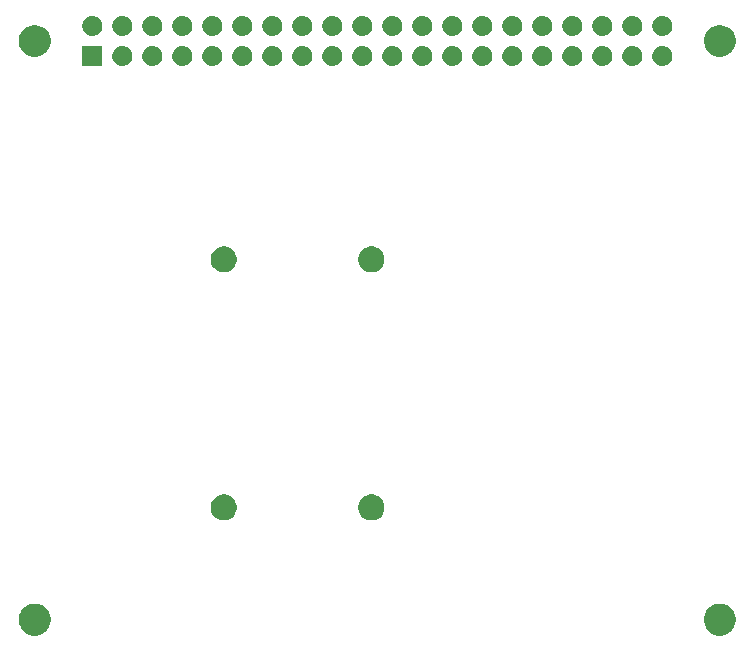
<source format=gbr>
G04 #@! TF.GenerationSoftware,KiCad,Pcbnew,(5.1.2)-1*
G04 #@! TF.CreationDate,2019-05-20T14:19:16+10:00*
G04 #@! TF.ProjectId,VeinCamHat,5665696e-4361-46d4-9861-742e6b696361,rev?*
G04 #@! TF.SameCoordinates,Original*
G04 #@! TF.FileFunction,Soldermask,Bot*
G04 #@! TF.FilePolarity,Negative*
%FSLAX46Y46*%
G04 Gerber Fmt 4.6, Leading zero omitted, Abs format (unit mm)*
G04 Created by KiCad (PCBNEW (5.1.2)-1) date 2019-05-20 14:19:16*
%MOMM*%
%LPD*%
G04 APERTURE LIST*
%ADD10C,0.150000*%
G04 APERTURE END LIST*
D10*
G36*
X261893779Y-145201879D02*
G01*
X262139463Y-145303645D01*
X262139465Y-145303646D01*
X262360575Y-145451387D01*
X262548613Y-145639425D01*
X262548614Y-145639427D01*
X262696355Y-145860537D01*
X262798121Y-146106221D01*
X262850000Y-146367035D01*
X262850000Y-146632965D01*
X262798121Y-146893779D01*
X262696355Y-147139463D01*
X262696354Y-147139465D01*
X262548613Y-147360575D01*
X262360575Y-147548613D01*
X262139465Y-147696354D01*
X262139464Y-147696355D01*
X262139463Y-147696355D01*
X261893779Y-147798121D01*
X261632965Y-147850000D01*
X261367035Y-147850000D01*
X261106221Y-147798121D01*
X260860537Y-147696355D01*
X260860536Y-147696355D01*
X260860535Y-147696354D01*
X260639425Y-147548613D01*
X260451387Y-147360575D01*
X260303646Y-147139465D01*
X260303645Y-147139463D01*
X260201879Y-146893779D01*
X260150000Y-146632965D01*
X260150000Y-146367035D01*
X260201879Y-146106221D01*
X260303645Y-145860537D01*
X260451386Y-145639427D01*
X260451387Y-145639425D01*
X260639425Y-145451387D01*
X260860535Y-145303646D01*
X260860537Y-145303645D01*
X261106221Y-145201879D01*
X261367035Y-145150000D01*
X261632965Y-145150000D01*
X261893779Y-145201879D01*
X261893779Y-145201879D01*
G37*
G36*
X203893779Y-145201879D02*
G01*
X204139463Y-145303645D01*
X204139465Y-145303646D01*
X204360575Y-145451387D01*
X204548613Y-145639425D01*
X204548614Y-145639427D01*
X204696355Y-145860537D01*
X204798121Y-146106221D01*
X204850000Y-146367035D01*
X204850000Y-146632965D01*
X204798121Y-146893779D01*
X204696355Y-147139463D01*
X204696354Y-147139465D01*
X204548613Y-147360575D01*
X204360575Y-147548613D01*
X204139465Y-147696354D01*
X204139464Y-147696355D01*
X204139463Y-147696355D01*
X203893779Y-147798121D01*
X203632965Y-147850000D01*
X203367035Y-147850000D01*
X203106221Y-147798121D01*
X202860537Y-147696355D01*
X202860536Y-147696355D01*
X202860535Y-147696354D01*
X202639425Y-147548613D01*
X202451387Y-147360575D01*
X202303646Y-147139465D01*
X202303645Y-147139463D01*
X202201879Y-146893779D01*
X202150000Y-146632965D01*
X202150000Y-146367035D01*
X202201879Y-146106221D01*
X202303645Y-145860537D01*
X202451386Y-145639427D01*
X202451387Y-145639425D01*
X202639425Y-145451387D01*
X202860535Y-145303646D01*
X202860537Y-145303645D01*
X203106221Y-145201879D01*
X203367035Y-145150000D01*
X203632965Y-145150000D01*
X203893779Y-145201879D01*
X203893779Y-145201879D01*
G37*
G36*
X232320856Y-135942272D02*
G01*
X232521044Y-136025192D01*
X232521045Y-136025193D01*
X232701209Y-136145575D01*
X232854425Y-136298791D01*
X232854426Y-136298793D01*
X232974808Y-136478956D01*
X233057728Y-136679144D01*
X233100000Y-136891658D01*
X233100000Y-137108342D01*
X233057728Y-137320856D01*
X232974808Y-137521044D01*
X232974807Y-137521045D01*
X232854425Y-137701209D01*
X232701209Y-137854425D01*
X232610513Y-137915026D01*
X232521044Y-137974808D01*
X232320856Y-138057728D01*
X232108342Y-138100000D01*
X231891658Y-138100000D01*
X231679144Y-138057728D01*
X231478956Y-137974808D01*
X231389487Y-137915026D01*
X231298791Y-137854425D01*
X231145575Y-137701209D01*
X231025193Y-137521045D01*
X231025192Y-137521044D01*
X230942272Y-137320856D01*
X230900000Y-137108342D01*
X230900000Y-136891658D01*
X230942272Y-136679144D01*
X231025192Y-136478956D01*
X231145574Y-136298793D01*
X231145575Y-136298791D01*
X231298791Y-136145575D01*
X231478955Y-136025193D01*
X231478956Y-136025192D01*
X231679144Y-135942272D01*
X231891658Y-135900000D01*
X232108342Y-135900000D01*
X232320856Y-135942272D01*
X232320856Y-135942272D01*
G37*
G36*
X219820856Y-135942272D02*
G01*
X220021044Y-136025192D01*
X220021045Y-136025193D01*
X220201209Y-136145575D01*
X220354425Y-136298791D01*
X220354426Y-136298793D01*
X220474808Y-136478956D01*
X220557728Y-136679144D01*
X220600000Y-136891658D01*
X220600000Y-137108342D01*
X220557728Y-137320856D01*
X220474808Y-137521044D01*
X220474807Y-137521045D01*
X220354425Y-137701209D01*
X220201209Y-137854425D01*
X220110513Y-137915026D01*
X220021044Y-137974808D01*
X219820856Y-138057728D01*
X219608342Y-138100000D01*
X219391658Y-138100000D01*
X219179144Y-138057728D01*
X218978956Y-137974808D01*
X218889487Y-137915026D01*
X218798791Y-137854425D01*
X218645575Y-137701209D01*
X218525193Y-137521045D01*
X218525192Y-137521044D01*
X218442272Y-137320856D01*
X218400000Y-137108342D01*
X218400000Y-136891658D01*
X218442272Y-136679144D01*
X218525192Y-136478956D01*
X218645574Y-136298793D01*
X218645575Y-136298791D01*
X218798791Y-136145575D01*
X218978955Y-136025193D01*
X218978956Y-136025192D01*
X219179144Y-135942272D01*
X219391658Y-135900000D01*
X219608342Y-135900000D01*
X219820856Y-135942272D01*
X219820856Y-135942272D01*
G37*
G36*
X232320856Y-114942272D02*
G01*
X232521044Y-115025192D01*
X232521045Y-115025193D01*
X232701209Y-115145575D01*
X232854425Y-115298791D01*
X232854426Y-115298793D01*
X232974808Y-115478956D01*
X233057728Y-115679144D01*
X233100000Y-115891658D01*
X233100000Y-116108342D01*
X233057728Y-116320856D01*
X232974808Y-116521044D01*
X232974807Y-116521045D01*
X232854425Y-116701209D01*
X232701209Y-116854425D01*
X232610513Y-116915026D01*
X232521044Y-116974808D01*
X232320856Y-117057728D01*
X232108342Y-117100000D01*
X231891658Y-117100000D01*
X231679144Y-117057728D01*
X231478956Y-116974808D01*
X231389487Y-116915026D01*
X231298791Y-116854425D01*
X231145575Y-116701209D01*
X231025193Y-116521045D01*
X231025192Y-116521044D01*
X230942272Y-116320856D01*
X230900000Y-116108342D01*
X230900000Y-115891658D01*
X230942272Y-115679144D01*
X231025192Y-115478956D01*
X231145574Y-115298793D01*
X231145575Y-115298791D01*
X231298791Y-115145575D01*
X231478955Y-115025193D01*
X231478956Y-115025192D01*
X231679144Y-114942272D01*
X231891658Y-114900000D01*
X232108342Y-114900000D01*
X232320856Y-114942272D01*
X232320856Y-114942272D01*
G37*
G36*
X219820856Y-114942272D02*
G01*
X220021044Y-115025192D01*
X220021045Y-115025193D01*
X220201209Y-115145575D01*
X220354425Y-115298791D01*
X220354426Y-115298793D01*
X220474808Y-115478956D01*
X220557728Y-115679144D01*
X220600000Y-115891658D01*
X220600000Y-116108342D01*
X220557728Y-116320856D01*
X220474808Y-116521044D01*
X220474807Y-116521045D01*
X220354425Y-116701209D01*
X220201209Y-116854425D01*
X220110513Y-116915026D01*
X220021044Y-116974808D01*
X219820856Y-117057728D01*
X219608342Y-117100000D01*
X219391658Y-117100000D01*
X219179144Y-117057728D01*
X218978956Y-116974808D01*
X218889487Y-116915026D01*
X218798791Y-116854425D01*
X218645575Y-116701209D01*
X218525193Y-116521045D01*
X218525192Y-116521044D01*
X218442272Y-116320856D01*
X218400000Y-116108342D01*
X218400000Y-115891658D01*
X218442272Y-115679144D01*
X218525192Y-115478956D01*
X218645574Y-115298793D01*
X218645575Y-115298791D01*
X218798791Y-115145575D01*
X218978955Y-115025193D01*
X218978956Y-115025192D01*
X219179144Y-114942272D01*
X219391658Y-114900000D01*
X219608342Y-114900000D01*
X219820856Y-114942272D01*
X219820856Y-114942272D01*
G37*
G36*
X254256629Y-97932299D02*
G01*
X254351066Y-97960946D01*
X254416855Y-97980903D01*
X254452452Y-97999930D01*
X254564518Y-98059830D01*
X254693948Y-98166052D01*
X254800170Y-98295482D01*
X254834961Y-98360573D01*
X254879097Y-98443145D01*
X254899054Y-98508934D01*
X254927701Y-98603371D01*
X254944112Y-98770000D01*
X254927701Y-98936629D01*
X254899054Y-99031066D01*
X254879097Y-99096855D01*
X254879096Y-99096856D01*
X254800170Y-99244518D01*
X254693948Y-99373948D01*
X254564518Y-99480170D01*
X254452452Y-99540070D01*
X254416855Y-99559097D01*
X254351066Y-99579054D01*
X254256629Y-99607701D01*
X254131753Y-99620000D01*
X254048247Y-99620000D01*
X253923371Y-99607701D01*
X253828934Y-99579054D01*
X253763145Y-99559097D01*
X253727548Y-99540070D01*
X253615482Y-99480170D01*
X253486052Y-99373948D01*
X253379830Y-99244518D01*
X253300904Y-99096856D01*
X253300903Y-99096855D01*
X253280946Y-99031066D01*
X253252299Y-98936629D01*
X253235888Y-98770000D01*
X253252299Y-98603371D01*
X253280946Y-98508934D01*
X253300903Y-98443145D01*
X253345039Y-98360573D01*
X253379830Y-98295482D01*
X253486052Y-98166052D01*
X253615482Y-98059830D01*
X253727548Y-97999930D01*
X253763145Y-97980903D01*
X253828934Y-97960946D01*
X253923371Y-97932299D01*
X254048247Y-97920000D01*
X254131753Y-97920000D01*
X254256629Y-97932299D01*
X254256629Y-97932299D01*
G37*
G36*
X256796629Y-97932299D02*
G01*
X256891066Y-97960946D01*
X256956855Y-97980903D01*
X256992452Y-97999930D01*
X257104518Y-98059830D01*
X257233948Y-98166052D01*
X257340170Y-98295482D01*
X257374961Y-98360573D01*
X257419097Y-98443145D01*
X257439054Y-98508934D01*
X257467701Y-98603371D01*
X257484112Y-98770000D01*
X257467701Y-98936629D01*
X257439054Y-99031066D01*
X257419097Y-99096855D01*
X257419096Y-99096856D01*
X257340170Y-99244518D01*
X257233948Y-99373948D01*
X257104518Y-99480170D01*
X256992452Y-99540070D01*
X256956855Y-99559097D01*
X256891066Y-99579054D01*
X256796629Y-99607701D01*
X256671753Y-99620000D01*
X256588247Y-99620000D01*
X256463371Y-99607701D01*
X256368934Y-99579054D01*
X256303145Y-99559097D01*
X256267548Y-99540070D01*
X256155482Y-99480170D01*
X256026052Y-99373948D01*
X255919830Y-99244518D01*
X255840904Y-99096856D01*
X255840903Y-99096855D01*
X255820946Y-99031066D01*
X255792299Y-98936629D01*
X255775888Y-98770000D01*
X255792299Y-98603371D01*
X255820946Y-98508934D01*
X255840903Y-98443145D01*
X255885039Y-98360573D01*
X255919830Y-98295482D01*
X256026052Y-98166052D01*
X256155482Y-98059830D01*
X256267548Y-97999930D01*
X256303145Y-97980903D01*
X256368934Y-97960946D01*
X256463371Y-97932299D01*
X256588247Y-97920000D01*
X256671753Y-97920000D01*
X256796629Y-97932299D01*
X256796629Y-97932299D01*
G37*
G36*
X251716629Y-97932299D02*
G01*
X251811066Y-97960946D01*
X251876855Y-97980903D01*
X251912452Y-97999930D01*
X252024518Y-98059830D01*
X252153948Y-98166052D01*
X252260170Y-98295482D01*
X252294961Y-98360573D01*
X252339097Y-98443145D01*
X252359054Y-98508934D01*
X252387701Y-98603371D01*
X252404112Y-98770000D01*
X252387701Y-98936629D01*
X252359054Y-99031066D01*
X252339097Y-99096855D01*
X252339096Y-99096856D01*
X252260170Y-99244518D01*
X252153948Y-99373948D01*
X252024518Y-99480170D01*
X251912452Y-99540070D01*
X251876855Y-99559097D01*
X251811066Y-99579054D01*
X251716629Y-99607701D01*
X251591753Y-99620000D01*
X251508247Y-99620000D01*
X251383371Y-99607701D01*
X251288934Y-99579054D01*
X251223145Y-99559097D01*
X251187548Y-99540070D01*
X251075482Y-99480170D01*
X250946052Y-99373948D01*
X250839830Y-99244518D01*
X250760904Y-99096856D01*
X250760903Y-99096855D01*
X250740946Y-99031066D01*
X250712299Y-98936629D01*
X250695888Y-98770000D01*
X250712299Y-98603371D01*
X250740946Y-98508934D01*
X250760903Y-98443145D01*
X250805039Y-98360573D01*
X250839830Y-98295482D01*
X250946052Y-98166052D01*
X251075482Y-98059830D01*
X251187548Y-97999930D01*
X251223145Y-97980903D01*
X251288934Y-97960946D01*
X251383371Y-97932299D01*
X251508247Y-97920000D01*
X251591753Y-97920000D01*
X251716629Y-97932299D01*
X251716629Y-97932299D01*
G37*
G36*
X249176629Y-97932299D02*
G01*
X249271066Y-97960946D01*
X249336855Y-97980903D01*
X249372452Y-97999930D01*
X249484518Y-98059830D01*
X249613948Y-98166052D01*
X249720170Y-98295482D01*
X249754961Y-98360573D01*
X249799097Y-98443145D01*
X249819054Y-98508934D01*
X249847701Y-98603371D01*
X249864112Y-98770000D01*
X249847701Y-98936629D01*
X249819054Y-99031066D01*
X249799097Y-99096855D01*
X249799096Y-99096856D01*
X249720170Y-99244518D01*
X249613948Y-99373948D01*
X249484518Y-99480170D01*
X249372452Y-99540070D01*
X249336855Y-99559097D01*
X249271066Y-99579054D01*
X249176629Y-99607701D01*
X249051753Y-99620000D01*
X248968247Y-99620000D01*
X248843371Y-99607701D01*
X248748934Y-99579054D01*
X248683145Y-99559097D01*
X248647548Y-99540070D01*
X248535482Y-99480170D01*
X248406052Y-99373948D01*
X248299830Y-99244518D01*
X248220904Y-99096856D01*
X248220903Y-99096855D01*
X248200946Y-99031066D01*
X248172299Y-98936629D01*
X248155888Y-98770000D01*
X248172299Y-98603371D01*
X248200946Y-98508934D01*
X248220903Y-98443145D01*
X248265039Y-98360573D01*
X248299830Y-98295482D01*
X248406052Y-98166052D01*
X248535482Y-98059830D01*
X248647548Y-97999930D01*
X248683145Y-97980903D01*
X248748934Y-97960946D01*
X248843371Y-97932299D01*
X248968247Y-97920000D01*
X249051753Y-97920000D01*
X249176629Y-97932299D01*
X249176629Y-97932299D01*
G37*
G36*
X246636629Y-97932299D02*
G01*
X246731066Y-97960946D01*
X246796855Y-97980903D01*
X246832452Y-97999930D01*
X246944518Y-98059830D01*
X247073948Y-98166052D01*
X247180170Y-98295482D01*
X247214961Y-98360573D01*
X247259097Y-98443145D01*
X247279054Y-98508934D01*
X247307701Y-98603371D01*
X247324112Y-98770000D01*
X247307701Y-98936629D01*
X247279054Y-99031066D01*
X247259097Y-99096855D01*
X247259096Y-99096856D01*
X247180170Y-99244518D01*
X247073948Y-99373948D01*
X246944518Y-99480170D01*
X246832452Y-99540070D01*
X246796855Y-99559097D01*
X246731066Y-99579054D01*
X246636629Y-99607701D01*
X246511753Y-99620000D01*
X246428247Y-99620000D01*
X246303371Y-99607701D01*
X246208934Y-99579054D01*
X246143145Y-99559097D01*
X246107548Y-99540070D01*
X245995482Y-99480170D01*
X245866052Y-99373948D01*
X245759830Y-99244518D01*
X245680904Y-99096856D01*
X245680903Y-99096855D01*
X245660946Y-99031066D01*
X245632299Y-98936629D01*
X245615888Y-98770000D01*
X245632299Y-98603371D01*
X245660946Y-98508934D01*
X245680903Y-98443145D01*
X245725039Y-98360573D01*
X245759830Y-98295482D01*
X245866052Y-98166052D01*
X245995482Y-98059830D01*
X246107548Y-97999930D01*
X246143145Y-97980903D01*
X246208934Y-97960946D01*
X246303371Y-97932299D01*
X246428247Y-97920000D01*
X246511753Y-97920000D01*
X246636629Y-97932299D01*
X246636629Y-97932299D01*
G37*
G36*
X241556629Y-97932299D02*
G01*
X241651066Y-97960946D01*
X241716855Y-97980903D01*
X241752452Y-97999930D01*
X241864518Y-98059830D01*
X241993948Y-98166052D01*
X242100170Y-98295482D01*
X242134961Y-98360573D01*
X242179097Y-98443145D01*
X242199054Y-98508934D01*
X242227701Y-98603371D01*
X242244112Y-98770000D01*
X242227701Y-98936629D01*
X242199054Y-99031066D01*
X242179097Y-99096855D01*
X242179096Y-99096856D01*
X242100170Y-99244518D01*
X241993948Y-99373948D01*
X241864518Y-99480170D01*
X241752452Y-99540070D01*
X241716855Y-99559097D01*
X241651066Y-99579054D01*
X241556629Y-99607701D01*
X241431753Y-99620000D01*
X241348247Y-99620000D01*
X241223371Y-99607701D01*
X241128934Y-99579054D01*
X241063145Y-99559097D01*
X241027548Y-99540070D01*
X240915482Y-99480170D01*
X240786052Y-99373948D01*
X240679830Y-99244518D01*
X240600904Y-99096856D01*
X240600903Y-99096855D01*
X240580946Y-99031066D01*
X240552299Y-98936629D01*
X240535888Y-98770000D01*
X240552299Y-98603371D01*
X240580946Y-98508934D01*
X240600903Y-98443145D01*
X240645039Y-98360573D01*
X240679830Y-98295482D01*
X240786052Y-98166052D01*
X240915482Y-98059830D01*
X241027548Y-97999930D01*
X241063145Y-97980903D01*
X241128934Y-97960946D01*
X241223371Y-97932299D01*
X241348247Y-97920000D01*
X241431753Y-97920000D01*
X241556629Y-97932299D01*
X241556629Y-97932299D01*
G37*
G36*
X239016629Y-97932299D02*
G01*
X239111066Y-97960946D01*
X239176855Y-97980903D01*
X239212452Y-97999930D01*
X239324518Y-98059830D01*
X239453948Y-98166052D01*
X239560170Y-98295482D01*
X239594961Y-98360573D01*
X239639097Y-98443145D01*
X239659054Y-98508934D01*
X239687701Y-98603371D01*
X239704112Y-98770000D01*
X239687701Y-98936629D01*
X239659054Y-99031066D01*
X239639097Y-99096855D01*
X239639096Y-99096856D01*
X239560170Y-99244518D01*
X239453948Y-99373948D01*
X239324518Y-99480170D01*
X239212452Y-99540070D01*
X239176855Y-99559097D01*
X239111066Y-99579054D01*
X239016629Y-99607701D01*
X238891753Y-99620000D01*
X238808247Y-99620000D01*
X238683371Y-99607701D01*
X238588934Y-99579054D01*
X238523145Y-99559097D01*
X238487548Y-99540070D01*
X238375482Y-99480170D01*
X238246052Y-99373948D01*
X238139830Y-99244518D01*
X238060904Y-99096856D01*
X238060903Y-99096855D01*
X238040946Y-99031066D01*
X238012299Y-98936629D01*
X237995888Y-98770000D01*
X238012299Y-98603371D01*
X238040946Y-98508934D01*
X238060903Y-98443145D01*
X238105039Y-98360573D01*
X238139830Y-98295482D01*
X238246052Y-98166052D01*
X238375482Y-98059830D01*
X238487548Y-97999930D01*
X238523145Y-97980903D01*
X238588934Y-97960946D01*
X238683371Y-97932299D01*
X238808247Y-97920000D01*
X238891753Y-97920000D01*
X239016629Y-97932299D01*
X239016629Y-97932299D01*
G37*
G36*
X236476629Y-97932299D02*
G01*
X236571066Y-97960946D01*
X236636855Y-97980903D01*
X236672452Y-97999930D01*
X236784518Y-98059830D01*
X236913948Y-98166052D01*
X237020170Y-98295482D01*
X237054961Y-98360573D01*
X237099097Y-98443145D01*
X237119054Y-98508934D01*
X237147701Y-98603371D01*
X237164112Y-98770000D01*
X237147701Y-98936629D01*
X237119054Y-99031066D01*
X237099097Y-99096855D01*
X237099096Y-99096856D01*
X237020170Y-99244518D01*
X236913948Y-99373948D01*
X236784518Y-99480170D01*
X236672452Y-99540070D01*
X236636855Y-99559097D01*
X236571066Y-99579054D01*
X236476629Y-99607701D01*
X236351753Y-99620000D01*
X236268247Y-99620000D01*
X236143371Y-99607701D01*
X236048934Y-99579054D01*
X235983145Y-99559097D01*
X235947548Y-99540070D01*
X235835482Y-99480170D01*
X235706052Y-99373948D01*
X235599830Y-99244518D01*
X235520904Y-99096856D01*
X235520903Y-99096855D01*
X235500946Y-99031066D01*
X235472299Y-98936629D01*
X235455888Y-98770000D01*
X235472299Y-98603371D01*
X235500946Y-98508934D01*
X235520903Y-98443145D01*
X235565039Y-98360573D01*
X235599830Y-98295482D01*
X235706052Y-98166052D01*
X235835482Y-98059830D01*
X235947548Y-97999930D01*
X235983145Y-97980903D01*
X236048934Y-97960946D01*
X236143371Y-97932299D01*
X236268247Y-97920000D01*
X236351753Y-97920000D01*
X236476629Y-97932299D01*
X236476629Y-97932299D01*
G37*
G36*
X233936629Y-97932299D02*
G01*
X234031066Y-97960946D01*
X234096855Y-97980903D01*
X234132452Y-97999930D01*
X234244518Y-98059830D01*
X234373948Y-98166052D01*
X234480170Y-98295482D01*
X234514961Y-98360573D01*
X234559097Y-98443145D01*
X234579054Y-98508934D01*
X234607701Y-98603371D01*
X234624112Y-98770000D01*
X234607701Y-98936629D01*
X234579054Y-99031066D01*
X234559097Y-99096855D01*
X234559096Y-99096856D01*
X234480170Y-99244518D01*
X234373948Y-99373948D01*
X234244518Y-99480170D01*
X234132452Y-99540070D01*
X234096855Y-99559097D01*
X234031066Y-99579054D01*
X233936629Y-99607701D01*
X233811753Y-99620000D01*
X233728247Y-99620000D01*
X233603371Y-99607701D01*
X233508934Y-99579054D01*
X233443145Y-99559097D01*
X233407548Y-99540070D01*
X233295482Y-99480170D01*
X233166052Y-99373948D01*
X233059830Y-99244518D01*
X232980904Y-99096856D01*
X232980903Y-99096855D01*
X232960946Y-99031066D01*
X232932299Y-98936629D01*
X232915888Y-98770000D01*
X232932299Y-98603371D01*
X232960946Y-98508934D01*
X232980903Y-98443145D01*
X233025039Y-98360573D01*
X233059830Y-98295482D01*
X233166052Y-98166052D01*
X233295482Y-98059830D01*
X233407548Y-97999930D01*
X233443145Y-97980903D01*
X233508934Y-97960946D01*
X233603371Y-97932299D01*
X233728247Y-97920000D01*
X233811753Y-97920000D01*
X233936629Y-97932299D01*
X233936629Y-97932299D01*
G37*
G36*
X231396629Y-97932299D02*
G01*
X231491066Y-97960946D01*
X231556855Y-97980903D01*
X231592452Y-97999930D01*
X231704518Y-98059830D01*
X231833948Y-98166052D01*
X231940170Y-98295482D01*
X231974961Y-98360573D01*
X232019097Y-98443145D01*
X232039054Y-98508934D01*
X232067701Y-98603371D01*
X232084112Y-98770000D01*
X232067701Y-98936629D01*
X232039054Y-99031066D01*
X232019097Y-99096855D01*
X232019096Y-99096856D01*
X231940170Y-99244518D01*
X231833948Y-99373948D01*
X231704518Y-99480170D01*
X231592452Y-99540070D01*
X231556855Y-99559097D01*
X231491066Y-99579054D01*
X231396629Y-99607701D01*
X231271753Y-99620000D01*
X231188247Y-99620000D01*
X231063371Y-99607701D01*
X230968934Y-99579054D01*
X230903145Y-99559097D01*
X230867548Y-99540070D01*
X230755482Y-99480170D01*
X230626052Y-99373948D01*
X230519830Y-99244518D01*
X230440904Y-99096856D01*
X230440903Y-99096855D01*
X230420946Y-99031066D01*
X230392299Y-98936629D01*
X230375888Y-98770000D01*
X230392299Y-98603371D01*
X230420946Y-98508934D01*
X230440903Y-98443145D01*
X230485039Y-98360573D01*
X230519830Y-98295482D01*
X230626052Y-98166052D01*
X230755482Y-98059830D01*
X230867548Y-97999930D01*
X230903145Y-97980903D01*
X230968934Y-97960946D01*
X231063371Y-97932299D01*
X231188247Y-97920000D01*
X231271753Y-97920000D01*
X231396629Y-97932299D01*
X231396629Y-97932299D01*
G37*
G36*
X226316629Y-97932299D02*
G01*
X226411066Y-97960946D01*
X226476855Y-97980903D01*
X226512452Y-97999930D01*
X226624518Y-98059830D01*
X226753948Y-98166052D01*
X226860170Y-98295482D01*
X226894961Y-98360573D01*
X226939097Y-98443145D01*
X226959054Y-98508934D01*
X226987701Y-98603371D01*
X227004112Y-98770000D01*
X226987701Y-98936629D01*
X226959054Y-99031066D01*
X226939097Y-99096855D01*
X226939096Y-99096856D01*
X226860170Y-99244518D01*
X226753948Y-99373948D01*
X226624518Y-99480170D01*
X226512452Y-99540070D01*
X226476855Y-99559097D01*
X226411066Y-99579054D01*
X226316629Y-99607701D01*
X226191753Y-99620000D01*
X226108247Y-99620000D01*
X225983371Y-99607701D01*
X225888934Y-99579054D01*
X225823145Y-99559097D01*
X225787548Y-99540070D01*
X225675482Y-99480170D01*
X225546052Y-99373948D01*
X225439830Y-99244518D01*
X225360904Y-99096856D01*
X225360903Y-99096855D01*
X225340946Y-99031066D01*
X225312299Y-98936629D01*
X225295888Y-98770000D01*
X225312299Y-98603371D01*
X225340946Y-98508934D01*
X225360903Y-98443145D01*
X225405039Y-98360573D01*
X225439830Y-98295482D01*
X225546052Y-98166052D01*
X225675482Y-98059830D01*
X225787548Y-97999930D01*
X225823145Y-97980903D01*
X225888934Y-97960946D01*
X225983371Y-97932299D01*
X226108247Y-97920000D01*
X226191753Y-97920000D01*
X226316629Y-97932299D01*
X226316629Y-97932299D01*
G37*
G36*
X223776629Y-97932299D02*
G01*
X223871066Y-97960946D01*
X223936855Y-97980903D01*
X223972452Y-97999930D01*
X224084518Y-98059830D01*
X224213948Y-98166052D01*
X224320170Y-98295482D01*
X224354961Y-98360573D01*
X224399097Y-98443145D01*
X224419054Y-98508934D01*
X224447701Y-98603371D01*
X224464112Y-98770000D01*
X224447701Y-98936629D01*
X224419054Y-99031066D01*
X224399097Y-99096855D01*
X224399096Y-99096856D01*
X224320170Y-99244518D01*
X224213948Y-99373948D01*
X224084518Y-99480170D01*
X223972452Y-99540070D01*
X223936855Y-99559097D01*
X223871066Y-99579054D01*
X223776629Y-99607701D01*
X223651753Y-99620000D01*
X223568247Y-99620000D01*
X223443371Y-99607701D01*
X223348934Y-99579054D01*
X223283145Y-99559097D01*
X223247548Y-99540070D01*
X223135482Y-99480170D01*
X223006052Y-99373948D01*
X222899830Y-99244518D01*
X222820904Y-99096856D01*
X222820903Y-99096855D01*
X222800946Y-99031066D01*
X222772299Y-98936629D01*
X222755888Y-98770000D01*
X222772299Y-98603371D01*
X222800946Y-98508934D01*
X222820903Y-98443145D01*
X222865039Y-98360573D01*
X222899830Y-98295482D01*
X223006052Y-98166052D01*
X223135482Y-98059830D01*
X223247548Y-97999930D01*
X223283145Y-97980903D01*
X223348934Y-97960946D01*
X223443371Y-97932299D01*
X223568247Y-97920000D01*
X223651753Y-97920000D01*
X223776629Y-97932299D01*
X223776629Y-97932299D01*
G37*
G36*
X221236629Y-97932299D02*
G01*
X221331066Y-97960946D01*
X221396855Y-97980903D01*
X221432452Y-97999930D01*
X221544518Y-98059830D01*
X221673948Y-98166052D01*
X221780170Y-98295482D01*
X221814961Y-98360573D01*
X221859097Y-98443145D01*
X221879054Y-98508934D01*
X221907701Y-98603371D01*
X221924112Y-98770000D01*
X221907701Y-98936629D01*
X221879054Y-99031066D01*
X221859097Y-99096855D01*
X221859096Y-99096856D01*
X221780170Y-99244518D01*
X221673948Y-99373948D01*
X221544518Y-99480170D01*
X221432452Y-99540070D01*
X221396855Y-99559097D01*
X221331066Y-99579054D01*
X221236629Y-99607701D01*
X221111753Y-99620000D01*
X221028247Y-99620000D01*
X220903371Y-99607701D01*
X220808934Y-99579054D01*
X220743145Y-99559097D01*
X220707548Y-99540070D01*
X220595482Y-99480170D01*
X220466052Y-99373948D01*
X220359830Y-99244518D01*
X220280904Y-99096856D01*
X220280903Y-99096855D01*
X220260946Y-99031066D01*
X220232299Y-98936629D01*
X220215888Y-98770000D01*
X220232299Y-98603371D01*
X220260946Y-98508934D01*
X220280903Y-98443145D01*
X220325039Y-98360573D01*
X220359830Y-98295482D01*
X220466052Y-98166052D01*
X220595482Y-98059830D01*
X220707548Y-97999930D01*
X220743145Y-97980903D01*
X220808934Y-97960946D01*
X220903371Y-97932299D01*
X221028247Y-97920000D01*
X221111753Y-97920000D01*
X221236629Y-97932299D01*
X221236629Y-97932299D01*
G37*
G36*
X218696629Y-97932299D02*
G01*
X218791066Y-97960946D01*
X218856855Y-97980903D01*
X218892452Y-97999930D01*
X219004518Y-98059830D01*
X219133948Y-98166052D01*
X219240170Y-98295482D01*
X219274961Y-98360573D01*
X219319097Y-98443145D01*
X219339054Y-98508934D01*
X219367701Y-98603371D01*
X219384112Y-98770000D01*
X219367701Y-98936629D01*
X219339054Y-99031066D01*
X219319097Y-99096855D01*
X219319096Y-99096856D01*
X219240170Y-99244518D01*
X219133948Y-99373948D01*
X219004518Y-99480170D01*
X218892452Y-99540070D01*
X218856855Y-99559097D01*
X218791066Y-99579054D01*
X218696629Y-99607701D01*
X218571753Y-99620000D01*
X218488247Y-99620000D01*
X218363371Y-99607701D01*
X218268934Y-99579054D01*
X218203145Y-99559097D01*
X218167548Y-99540070D01*
X218055482Y-99480170D01*
X217926052Y-99373948D01*
X217819830Y-99244518D01*
X217740904Y-99096856D01*
X217740903Y-99096855D01*
X217720946Y-99031066D01*
X217692299Y-98936629D01*
X217675888Y-98770000D01*
X217692299Y-98603371D01*
X217720946Y-98508934D01*
X217740903Y-98443145D01*
X217785039Y-98360573D01*
X217819830Y-98295482D01*
X217926052Y-98166052D01*
X218055482Y-98059830D01*
X218167548Y-97999930D01*
X218203145Y-97980903D01*
X218268934Y-97960946D01*
X218363371Y-97932299D01*
X218488247Y-97920000D01*
X218571753Y-97920000D01*
X218696629Y-97932299D01*
X218696629Y-97932299D01*
G37*
G36*
X216156629Y-97932299D02*
G01*
X216251066Y-97960946D01*
X216316855Y-97980903D01*
X216352452Y-97999930D01*
X216464518Y-98059830D01*
X216593948Y-98166052D01*
X216700170Y-98295482D01*
X216734961Y-98360573D01*
X216779097Y-98443145D01*
X216799054Y-98508934D01*
X216827701Y-98603371D01*
X216844112Y-98770000D01*
X216827701Y-98936629D01*
X216799054Y-99031066D01*
X216779097Y-99096855D01*
X216779096Y-99096856D01*
X216700170Y-99244518D01*
X216593948Y-99373948D01*
X216464518Y-99480170D01*
X216352452Y-99540070D01*
X216316855Y-99559097D01*
X216251066Y-99579054D01*
X216156629Y-99607701D01*
X216031753Y-99620000D01*
X215948247Y-99620000D01*
X215823371Y-99607701D01*
X215728934Y-99579054D01*
X215663145Y-99559097D01*
X215627548Y-99540070D01*
X215515482Y-99480170D01*
X215386052Y-99373948D01*
X215279830Y-99244518D01*
X215200904Y-99096856D01*
X215200903Y-99096855D01*
X215180946Y-99031066D01*
X215152299Y-98936629D01*
X215135888Y-98770000D01*
X215152299Y-98603371D01*
X215180946Y-98508934D01*
X215200903Y-98443145D01*
X215245039Y-98360573D01*
X215279830Y-98295482D01*
X215386052Y-98166052D01*
X215515482Y-98059830D01*
X215627548Y-97999930D01*
X215663145Y-97980903D01*
X215728934Y-97960946D01*
X215823371Y-97932299D01*
X215948247Y-97920000D01*
X216031753Y-97920000D01*
X216156629Y-97932299D01*
X216156629Y-97932299D01*
G37*
G36*
X213616629Y-97932299D02*
G01*
X213711066Y-97960946D01*
X213776855Y-97980903D01*
X213812452Y-97999930D01*
X213924518Y-98059830D01*
X214053948Y-98166052D01*
X214160170Y-98295482D01*
X214194961Y-98360573D01*
X214239097Y-98443145D01*
X214259054Y-98508934D01*
X214287701Y-98603371D01*
X214304112Y-98770000D01*
X214287701Y-98936629D01*
X214259054Y-99031066D01*
X214239097Y-99096855D01*
X214239096Y-99096856D01*
X214160170Y-99244518D01*
X214053948Y-99373948D01*
X213924518Y-99480170D01*
X213812452Y-99540070D01*
X213776855Y-99559097D01*
X213711066Y-99579054D01*
X213616629Y-99607701D01*
X213491753Y-99620000D01*
X213408247Y-99620000D01*
X213283371Y-99607701D01*
X213188934Y-99579054D01*
X213123145Y-99559097D01*
X213087548Y-99540070D01*
X212975482Y-99480170D01*
X212846052Y-99373948D01*
X212739830Y-99244518D01*
X212660904Y-99096856D01*
X212660903Y-99096855D01*
X212640946Y-99031066D01*
X212612299Y-98936629D01*
X212595888Y-98770000D01*
X212612299Y-98603371D01*
X212640946Y-98508934D01*
X212660903Y-98443145D01*
X212705039Y-98360573D01*
X212739830Y-98295482D01*
X212846052Y-98166052D01*
X212975482Y-98059830D01*
X213087548Y-97999930D01*
X213123145Y-97980903D01*
X213188934Y-97960946D01*
X213283371Y-97932299D01*
X213408247Y-97920000D01*
X213491753Y-97920000D01*
X213616629Y-97932299D01*
X213616629Y-97932299D01*
G37*
G36*
X211076629Y-97932299D02*
G01*
X211171066Y-97960946D01*
X211236855Y-97980903D01*
X211272452Y-97999930D01*
X211384518Y-98059830D01*
X211513948Y-98166052D01*
X211620170Y-98295482D01*
X211654961Y-98360573D01*
X211699097Y-98443145D01*
X211719054Y-98508934D01*
X211747701Y-98603371D01*
X211764112Y-98770000D01*
X211747701Y-98936629D01*
X211719054Y-99031066D01*
X211699097Y-99096855D01*
X211699096Y-99096856D01*
X211620170Y-99244518D01*
X211513948Y-99373948D01*
X211384518Y-99480170D01*
X211272452Y-99540070D01*
X211236855Y-99559097D01*
X211171066Y-99579054D01*
X211076629Y-99607701D01*
X210951753Y-99620000D01*
X210868247Y-99620000D01*
X210743371Y-99607701D01*
X210648934Y-99579054D01*
X210583145Y-99559097D01*
X210547548Y-99540070D01*
X210435482Y-99480170D01*
X210306052Y-99373948D01*
X210199830Y-99244518D01*
X210120904Y-99096856D01*
X210120903Y-99096855D01*
X210100946Y-99031066D01*
X210072299Y-98936629D01*
X210055888Y-98770000D01*
X210072299Y-98603371D01*
X210100946Y-98508934D01*
X210120903Y-98443145D01*
X210165039Y-98360573D01*
X210199830Y-98295482D01*
X210306052Y-98166052D01*
X210435482Y-98059830D01*
X210547548Y-97999930D01*
X210583145Y-97980903D01*
X210648934Y-97960946D01*
X210743371Y-97932299D01*
X210868247Y-97920000D01*
X210951753Y-97920000D01*
X211076629Y-97932299D01*
X211076629Y-97932299D01*
G37*
G36*
X244096629Y-97932299D02*
G01*
X244191066Y-97960946D01*
X244256855Y-97980903D01*
X244292452Y-97999930D01*
X244404518Y-98059830D01*
X244533948Y-98166052D01*
X244640170Y-98295482D01*
X244674961Y-98360573D01*
X244719097Y-98443145D01*
X244739054Y-98508934D01*
X244767701Y-98603371D01*
X244784112Y-98770000D01*
X244767701Y-98936629D01*
X244739054Y-99031066D01*
X244719097Y-99096855D01*
X244719096Y-99096856D01*
X244640170Y-99244518D01*
X244533948Y-99373948D01*
X244404518Y-99480170D01*
X244292452Y-99540070D01*
X244256855Y-99559097D01*
X244191066Y-99579054D01*
X244096629Y-99607701D01*
X243971753Y-99620000D01*
X243888247Y-99620000D01*
X243763371Y-99607701D01*
X243668934Y-99579054D01*
X243603145Y-99559097D01*
X243567548Y-99540070D01*
X243455482Y-99480170D01*
X243326052Y-99373948D01*
X243219830Y-99244518D01*
X243140904Y-99096856D01*
X243140903Y-99096855D01*
X243120946Y-99031066D01*
X243092299Y-98936629D01*
X243075888Y-98770000D01*
X243092299Y-98603371D01*
X243120946Y-98508934D01*
X243140903Y-98443145D01*
X243185039Y-98360573D01*
X243219830Y-98295482D01*
X243326052Y-98166052D01*
X243455482Y-98059830D01*
X243567548Y-97999930D01*
X243603145Y-97980903D01*
X243668934Y-97960946D01*
X243763371Y-97932299D01*
X243888247Y-97920000D01*
X243971753Y-97920000D01*
X244096629Y-97932299D01*
X244096629Y-97932299D01*
G37*
G36*
X209220000Y-99620000D02*
G01*
X207520000Y-99620000D01*
X207520000Y-97920000D01*
X209220000Y-97920000D01*
X209220000Y-99620000D01*
X209220000Y-99620000D01*
G37*
G36*
X228856629Y-97932299D02*
G01*
X228951066Y-97960946D01*
X229016855Y-97980903D01*
X229052452Y-97999930D01*
X229164518Y-98059830D01*
X229293948Y-98166052D01*
X229400170Y-98295482D01*
X229434961Y-98360573D01*
X229479097Y-98443145D01*
X229499054Y-98508934D01*
X229527701Y-98603371D01*
X229544112Y-98770000D01*
X229527701Y-98936629D01*
X229499054Y-99031066D01*
X229479097Y-99096855D01*
X229479096Y-99096856D01*
X229400170Y-99244518D01*
X229293948Y-99373948D01*
X229164518Y-99480170D01*
X229052452Y-99540070D01*
X229016855Y-99559097D01*
X228951066Y-99579054D01*
X228856629Y-99607701D01*
X228731753Y-99620000D01*
X228648247Y-99620000D01*
X228523371Y-99607701D01*
X228428934Y-99579054D01*
X228363145Y-99559097D01*
X228327548Y-99540070D01*
X228215482Y-99480170D01*
X228086052Y-99373948D01*
X227979830Y-99244518D01*
X227900904Y-99096856D01*
X227900903Y-99096855D01*
X227880946Y-99031066D01*
X227852299Y-98936629D01*
X227835888Y-98770000D01*
X227852299Y-98603371D01*
X227880946Y-98508934D01*
X227900903Y-98443145D01*
X227945039Y-98360573D01*
X227979830Y-98295482D01*
X228086052Y-98166052D01*
X228215482Y-98059830D01*
X228327548Y-97999930D01*
X228363145Y-97980903D01*
X228428934Y-97960946D01*
X228523371Y-97932299D01*
X228648247Y-97920000D01*
X228731753Y-97920000D01*
X228856629Y-97932299D01*
X228856629Y-97932299D01*
G37*
G36*
X261893779Y-96201879D02*
G01*
X262139463Y-96303645D01*
X262139465Y-96303646D01*
X262360575Y-96451387D01*
X262548613Y-96639425D01*
X262592107Y-96704519D01*
X262696355Y-96860537D01*
X262798121Y-97106221D01*
X262850000Y-97367035D01*
X262850000Y-97632965D01*
X262798121Y-97893779D01*
X262729340Y-98059830D01*
X262696354Y-98139465D01*
X262548613Y-98360575D01*
X262360575Y-98548613D01*
X262139465Y-98696354D01*
X262139464Y-98696355D01*
X262139463Y-98696355D01*
X261893779Y-98798121D01*
X261632965Y-98850000D01*
X261367035Y-98850000D01*
X261106221Y-98798121D01*
X260860537Y-98696355D01*
X260860536Y-98696355D01*
X260860535Y-98696354D01*
X260639425Y-98548613D01*
X260451387Y-98360575D01*
X260303646Y-98139465D01*
X260270660Y-98059830D01*
X260201879Y-97893779D01*
X260150000Y-97632965D01*
X260150000Y-97367035D01*
X260201879Y-97106221D01*
X260303645Y-96860537D01*
X260407893Y-96704519D01*
X260451387Y-96639425D01*
X260639425Y-96451387D01*
X260860535Y-96303646D01*
X260860537Y-96303645D01*
X261106221Y-96201879D01*
X261367035Y-96150000D01*
X261632965Y-96150000D01*
X261893779Y-96201879D01*
X261893779Y-96201879D01*
G37*
G36*
X203893779Y-96201879D02*
G01*
X204139463Y-96303645D01*
X204139465Y-96303646D01*
X204360575Y-96451387D01*
X204548613Y-96639425D01*
X204592107Y-96704519D01*
X204696355Y-96860537D01*
X204798121Y-97106221D01*
X204850000Y-97367035D01*
X204850000Y-97632965D01*
X204798121Y-97893779D01*
X204729340Y-98059830D01*
X204696354Y-98139465D01*
X204548613Y-98360575D01*
X204360575Y-98548613D01*
X204139465Y-98696354D01*
X204139464Y-98696355D01*
X204139463Y-98696355D01*
X203893779Y-98798121D01*
X203632965Y-98850000D01*
X203367035Y-98850000D01*
X203106221Y-98798121D01*
X202860537Y-98696355D01*
X202860536Y-98696355D01*
X202860535Y-98696354D01*
X202639425Y-98548613D01*
X202451387Y-98360575D01*
X202303646Y-98139465D01*
X202270660Y-98059830D01*
X202201879Y-97893779D01*
X202150000Y-97632965D01*
X202150000Y-97367035D01*
X202201879Y-97106221D01*
X202303645Y-96860537D01*
X202407893Y-96704519D01*
X202451387Y-96639425D01*
X202639425Y-96451387D01*
X202860535Y-96303646D01*
X202860537Y-96303645D01*
X203106221Y-96201879D01*
X203367035Y-96150000D01*
X203632965Y-96150000D01*
X203893779Y-96201879D01*
X203893779Y-96201879D01*
G37*
G36*
X241556629Y-95392299D02*
G01*
X241651066Y-95420946D01*
X241716855Y-95440903D01*
X241752452Y-95459930D01*
X241864518Y-95519830D01*
X241993948Y-95626052D01*
X242100170Y-95755482D01*
X242160070Y-95867548D01*
X242179097Y-95903145D01*
X242199054Y-95968934D01*
X242227701Y-96063371D01*
X242244112Y-96230000D01*
X242227701Y-96396629D01*
X242211090Y-96451386D01*
X242179097Y-96556855D01*
X242179096Y-96556856D01*
X242100170Y-96704518D01*
X241993948Y-96833948D01*
X241864518Y-96940170D01*
X241752452Y-97000070D01*
X241716855Y-97019097D01*
X241651066Y-97039054D01*
X241556629Y-97067701D01*
X241431753Y-97080000D01*
X241348247Y-97080000D01*
X241223371Y-97067701D01*
X241128934Y-97039054D01*
X241063145Y-97019097D01*
X241027548Y-97000070D01*
X240915482Y-96940170D01*
X240786052Y-96833948D01*
X240679830Y-96704518D01*
X240600904Y-96556856D01*
X240600903Y-96556855D01*
X240568910Y-96451386D01*
X240552299Y-96396629D01*
X240535888Y-96230000D01*
X240552299Y-96063371D01*
X240580946Y-95968934D01*
X240600903Y-95903145D01*
X240619930Y-95867548D01*
X240679830Y-95755482D01*
X240786052Y-95626052D01*
X240915482Y-95519830D01*
X241027548Y-95459930D01*
X241063145Y-95440903D01*
X241128934Y-95420946D01*
X241223371Y-95392299D01*
X241348247Y-95380000D01*
X241431753Y-95380000D01*
X241556629Y-95392299D01*
X241556629Y-95392299D01*
G37*
G36*
X233936629Y-95392299D02*
G01*
X234031066Y-95420946D01*
X234096855Y-95440903D01*
X234132452Y-95459930D01*
X234244518Y-95519830D01*
X234373948Y-95626052D01*
X234480170Y-95755482D01*
X234540070Y-95867548D01*
X234559097Y-95903145D01*
X234579054Y-95968934D01*
X234607701Y-96063371D01*
X234624112Y-96230000D01*
X234607701Y-96396629D01*
X234591090Y-96451386D01*
X234559097Y-96556855D01*
X234559096Y-96556856D01*
X234480170Y-96704518D01*
X234373948Y-96833948D01*
X234244518Y-96940170D01*
X234132452Y-97000070D01*
X234096855Y-97019097D01*
X234031066Y-97039054D01*
X233936629Y-97067701D01*
X233811753Y-97080000D01*
X233728247Y-97080000D01*
X233603371Y-97067701D01*
X233508934Y-97039054D01*
X233443145Y-97019097D01*
X233407548Y-97000070D01*
X233295482Y-96940170D01*
X233166052Y-96833948D01*
X233059830Y-96704518D01*
X232980904Y-96556856D01*
X232980903Y-96556855D01*
X232948910Y-96451386D01*
X232932299Y-96396629D01*
X232915888Y-96230000D01*
X232932299Y-96063371D01*
X232960946Y-95968934D01*
X232980903Y-95903145D01*
X232999930Y-95867548D01*
X233059830Y-95755482D01*
X233166052Y-95626052D01*
X233295482Y-95519830D01*
X233407548Y-95459930D01*
X233443145Y-95440903D01*
X233508934Y-95420946D01*
X233603371Y-95392299D01*
X233728247Y-95380000D01*
X233811753Y-95380000D01*
X233936629Y-95392299D01*
X233936629Y-95392299D01*
G37*
G36*
X231396629Y-95392299D02*
G01*
X231491066Y-95420946D01*
X231556855Y-95440903D01*
X231592452Y-95459930D01*
X231704518Y-95519830D01*
X231833948Y-95626052D01*
X231940170Y-95755482D01*
X232000070Y-95867548D01*
X232019097Y-95903145D01*
X232039054Y-95968934D01*
X232067701Y-96063371D01*
X232084112Y-96230000D01*
X232067701Y-96396629D01*
X232051090Y-96451386D01*
X232019097Y-96556855D01*
X232019096Y-96556856D01*
X231940170Y-96704518D01*
X231833948Y-96833948D01*
X231704518Y-96940170D01*
X231592452Y-97000070D01*
X231556855Y-97019097D01*
X231491066Y-97039054D01*
X231396629Y-97067701D01*
X231271753Y-97080000D01*
X231188247Y-97080000D01*
X231063371Y-97067701D01*
X230968934Y-97039054D01*
X230903145Y-97019097D01*
X230867548Y-97000070D01*
X230755482Y-96940170D01*
X230626052Y-96833948D01*
X230519830Y-96704518D01*
X230440904Y-96556856D01*
X230440903Y-96556855D01*
X230408910Y-96451386D01*
X230392299Y-96396629D01*
X230375888Y-96230000D01*
X230392299Y-96063371D01*
X230420946Y-95968934D01*
X230440903Y-95903145D01*
X230459930Y-95867548D01*
X230519830Y-95755482D01*
X230626052Y-95626052D01*
X230755482Y-95519830D01*
X230867548Y-95459930D01*
X230903145Y-95440903D01*
X230968934Y-95420946D01*
X231063371Y-95392299D01*
X231188247Y-95380000D01*
X231271753Y-95380000D01*
X231396629Y-95392299D01*
X231396629Y-95392299D01*
G37*
G36*
X228856629Y-95392299D02*
G01*
X228951066Y-95420946D01*
X229016855Y-95440903D01*
X229052452Y-95459930D01*
X229164518Y-95519830D01*
X229293948Y-95626052D01*
X229400170Y-95755482D01*
X229460070Y-95867548D01*
X229479097Y-95903145D01*
X229499054Y-95968934D01*
X229527701Y-96063371D01*
X229544112Y-96230000D01*
X229527701Y-96396629D01*
X229511090Y-96451386D01*
X229479097Y-96556855D01*
X229479096Y-96556856D01*
X229400170Y-96704518D01*
X229293948Y-96833948D01*
X229164518Y-96940170D01*
X229052452Y-97000070D01*
X229016855Y-97019097D01*
X228951066Y-97039054D01*
X228856629Y-97067701D01*
X228731753Y-97080000D01*
X228648247Y-97080000D01*
X228523371Y-97067701D01*
X228428934Y-97039054D01*
X228363145Y-97019097D01*
X228327548Y-97000070D01*
X228215482Y-96940170D01*
X228086052Y-96833948D01*
X227979830Y-96704518D01*
X227900904Y-96556856D01*
X227900903Y-96556855D01*
X227868910Y-96451386D01*
X227852299Y-96396629D01*
X227835888Y-96230000D01*
X227852299Y-96063371D01*
X227880946Y-95968934D01*
X227900903Y-95903145D01*
X227919930Y-95867548D01*
X227979830Y-95755482D01*
X228086052Y-95626052D01*
X228215482Y-95519830D01*
X228327548Y-95459930D01*
X228363145Y-95440903D01*
X228428934Y-95420946D01*
X228523371Y-95392299D01*
X228648247Y-95380000D01*
X228731753Y-95380000D01*
X228856629Y-95392299D01*
X228856629Y-95392299D01*
G37*
G36*
X226316629Y-95392299D02*
G01*
X226411066Y-95420946D01*
X226476855Y-95440903D01*
X226512452Y-95459930D01*
X226624518Y-95519830D01*
X226753948Y-95626052D01*
X226860170Y-95755482D01*
X226920070Y-95867548D01*
X226939097Y-95903145D01*
X226959054Y-95968934D01*
X226987701Y-96063371D01*
X227004112Y-96230000D01*
X226987701Y-96396629D01*
X226971090Y-96451386D01*
X226939097Y-96556855D01*
X226939096Y-96556856D01*
X226860170Y-96704518D01*
X226753948Y-96833948D01*
X226624518Y-96940170D01*
X226512452Y-97000070D01*
X226476855Y-97019097D01*
X226411066Y-97039054D01*
X226316629Y-97067701D01*
X226191753Y-97080000D01*
X226108247Y-97080000D01*
X225983371Y-97067701D01*
X225888934Y-97039054D01*
X225823145Y-97019097D01*
X225787548Y-97000070D01*
X225675482Y-96940170D01*
X225546052Y-96833948D01*
X225439830Y-96704518D01*
X225360904Y-96556856D01*
X225360903Y-96556855D01*
X225328910Y-96451386D01*
X225312299Y-96396629D01*
X225295888Y-96230000D01*
X225312299Y-96063371D01*
X225340946Y-95968934D01*
X225360903Y-95903145D01*
X225379930Y-95867548D01*
X225439830Y-95755482D01*
X225546052Y-95626052D01*
X225675482Y-95519830D01*
X225787548Y-95459930D01*
X225823145Y-95440903D01*
X225888934Y-95420946D01*
X225983371Y-95392299D01*
X226108247Y-95380000D01*
X226191753Y-95380000D01*
X226316629Y-95392299D01*
X226316629Y-95392299D01*
G37*
G36*
X223776629Y-95392299D02*
G01*
X223871066Y-95420946D01*
X223936855Y-95440903D01*
X223972452Y-95459930D01*
X224084518Y-95519830D01*
X224213948Y-95626052D01*
X224320170Y-95755482D01*
X224380070Y-95867548D01*
X224399097Y-95903145D01*
X224419054Y-95968934D01*
X224447701Y-96063371D01*
X224464112Y-96230000D01*
X224447701Y-96396629D01*
X224431090Y-96451386D01*
X224399097Y-96556855D01*
X224399096Y-96556856D01*
X224320170Y-96704518D01*
X224213948Y-96833948D01*
X224084518Y-96940170D01*
X223972452Y-97000070D01*
X223936855Y-97019097D01*
X223871066Y-97039054D01*
X223776629Y-97067701D01*
X223651753Y-97080000D01*
X223568247Y-97080000D01*
X223443371Y-97067701D01*
X223348934Y-97039054D01*
X223283145Y-97019097D01*
X223247548Y-97000070D01*
X223135482Y-96940170D01*
X223006052Y-96833948D01*
X222899830Y-96704518D01*
X222820904Y-96556856D01*
X222820903Y-96556855D01*
X222788910Y-96451386D01*
X222772299Y-96396629D01*
X222755888Y-96230000D01*
X222772299Y-96063371D01*
X222800946Y-95968934D01*
X222820903Y-95903145D01*
X222839930Y-95867548D01*
X222899830Y-95755482D01*
X223006052Y-95626052D01*
X223135482Y-95519830D01*
X223247548Y-95459930D01*
X223283145Y-95440903D01*
X223348934Y-95420946D01*
X223443371Y-95392299D01*
X223568247Y-95380000D01*
X223651753Y-95380000D01*
X223776629Y-95392299D01*
X223776629Y-95392299D01*
G37*
G36*
X221236629Y-95392299D02*
G01*
X221331066Y-95420946D01*
X221396855Y-95440903D01*
X221432452Y-95459930D01*
X221544518Y-95519830D01*
X221673948Y-95626052D01*
X221780170Y-95755482D01*
X221840070Y-95867548D01*
X221859097Y-95903145D01*
X221879054Y-95968934D01*
X221907701Y-96063371D01*
X221924112Y-96230000D01*
X221907701Y-96396629D01*
X221891090Y-96451386D01*
X221859097Y-96556855D01*
X221859096Y-96556856D01*
X221780170Y-96704518D01*
X221673948Y-96833948D01*
X221544518Y-96940170D01*
X221432452Y-97000070D01*
X221396855Y-97019097D01*
X221331066Y-97039054D01*
X221236629Y-97067701D01*
X221111753Y-97080000D01*
X221028247Y-97080000D01*
X220903371Y-97067701D01*
X220808934Y-97039054D01*
X220743145Y-97019097D01*
X220707548Y-97000070D01*
X220595482Y-96940170D01*
X220466052Y-96833948D01*
X220359830Y-96704518D01*
X220280904Y-96556856D01*
X220280903Y-96556855D01*
X220248910Y-96451386D01*
X220232299Y-96396629D01*
X220215888Y-96230000D01*
X220232299Y-96063371D01*
X220260946Y-95968934D01*
X220280903Y-95903145D01*
X220299930Y-95867548D01*
X220359830Y-95755482D01*
X220466052Y-95626052D01*
X220595482Y-95519830D01*
X220707548Y-95459930D01*
X220743145Y-95440903D01*
X220808934Y-95420946D01*
X220903371Y-95392299D01*
X221028247Y-95380000D01*
X221111753Y-95380000D01*
X221236629Y-95392299D01*
X221236629Y-95392299D01*
G37*
G36*
X218696629Y-95392299D02*
G01*
X218791066Y-95420946D01*
X218856855Y-95440903D01*
X218892452Y-95459930D01*
X219004518Y-95519830D01*
X219133948Y-95626052D01*
X219240170Y-95755482D01*
X219300070Y-95867548D01*
X219319097Y-95903145D01*
X219339054Y-95968934D01*
X219367701Y-96063371D01*
X219384112Y-96230000D01*
X219367701Y-96396629D01*
X219351090Y-96451386D01*
X219319097Y-96556855D01*
X219319096Y-96556856D01*
X219240170Y-96704518D01*
X219133948Y-96833948D01*
X219004518Y-96940170D01*
X218892452Y-97000070D01*
X218856855Y-97019097D01*
X218791066Y-97039054D01*
X218696629Y-97067701D01*
X218571753Y-97080000D01*
X218488247Y-97080000D01*
X218363371Y-97067701D01*
X218268934Y-97039054D01*
X218203145Y-97019097D01*
X218167548Y-97000070D01*
X218055482Y-96940170D01*
X217926052Y-96833948D01*
X217819830Y-96704518D01*
X217740904Y-96556856D01*
X217740903Y-96556855D01*
X217708910Y-96451386D01*
X217692299Y-96396629D01*
X217675888Y-96230000D01*
X217692299Y-96063371D01*
X217720946Y-95968934D01*
X217740903Y-95903145D01*
X217759930Y-95867548D01*
X217819830Y-95755482D01*
X217926052Y-95626052D01*
X218055482Y-95519830D01*
X218167548Y-95459930D01*
X218203145Y-95440903D01*
X218268934Y-95420946D01*
X218363371Y-95392299D01*
X218488247Y-95380000D01*
X218571753Y-95380000D01*
X218696629Y-95392299D01*
X218696629Y-95392299D01*
G37*
G36*
X216156629Y-95392299D02*
G01*
X216251066Y-95420946D01*
X216316855Y-95440903D01*
X216352452Y-95459930D01*
X216464518Y-95519830D01*
X216593948Y-95626052D01*
X216700170Y-95755482D01*
X216760070Y-95867548D01*
X216779097Y-95903145D01*
X216799054Y-95968934D01*
X216827701Y-96063371D01*
X216844112Y-96230000D01*
X216827701Y-96396629D01*
X216811090Y-96451386D01*
X216779097Y-96556855D01*
X216779096Y-96556856D01*
X216700170Y-96704518D01*
X216593948Y-96833948D01*
X216464518Y-96940170D01*
X216352452Y-97000070D01*
X216316855Y-97019097D01*
X216251066Y-97039054D01*
X216156629Y-97067701D01*
X216031753Y-97080000D01*
X215948247Y-97080000D01*
X215823371Y-97067701D01*
X215728934Y-97039054D01*
X215663145Y-97019097D01*
X215627548Y-97000070D01*
X215515482Y-96940170D01*
X215386052Y-96833948D01*
X215279830Y-96704518D01*
X215200904Y-96556856D01*
X215200903Y-96556855D01*
X215168910Y-96451386D01*
X215152299Y-96396629D01*
X215135888Y-96230000D01*
X215152299Y-96063371D01*
X215180946Y-95968934D01*
X215200903Y-95903145D01*
X215219930Y-95867548D01*
X215279830Y-95755482D01*
X215386052Y-95626052D01*
X215515482Y-95519830D01*
X215627548Y-95459930D01*
X215663145Y-95440903D01*
X215728934Y-95420946D01*
X215823371Y-95392299D01*
X215948247Y-95380000D01*
X216031753Y-95380000D01*
X216156629Y-95392299D01*
X216156629Y-95392299D01*
G37*
G36*
X213616629Y-95392299D02*
G01*
X213711066Y-95420946D01*
X213776855Y-95440903D01*
X213812452Y-95459930D01*
X213924518Y-95519830D01*
X214053948Y-95626052D01*
X214160170Y-95755482D01*
X214220070Y-95867548D01*
X214239097Y-95903145D01*
X214259054Y-95968934D01*
X214287701Y-96063371D01*
X214304112Y-96230000D01*
X214287701Y-96396629D01*
X214271090Y-96451386D01*
X214239097Y-96556855D01*
X214239096Y-96556856D01*
X214160170Y-96704518D01*
X214053948Y-96833948D01*
X213924518Y-96940170D01*
X213812452Y-97000070D01*
X213776855Y-97019097D01*
X213711066Y-97039054D01*
X213616629Y-97067701D01*
X213491753Y-97080000D01*
X213408247Y-97080000D01*
X213283371Y-97067701D01*
X213188934Y-97039054D01*
X213123145Y-97019097D01*
X213087548Y-97000070D01*
X212975482Y-96940170D01*
X212846052Y-96833948D01*
X212739830Y-96704518D01*
X212660904Y-96556856D01*
X212660903Y-96556855D01*
X212628910Y-96451386D01*
X212612299Y-96396629D01*
X212595888Y-96230000D01*
X212612299Y-96063371D01*
X212640946Y-95968934D01*
X212660903Y-95903145D01*
X212679930Y-95867548D01*
X212739830Y-95755482D01*
X212846052Y-95626052D01*
X212975482Y-95519830D01*
X213087548Y-95459930D01*
X213123145Y-95440903D01*
X213188934Y-95420946D01*
X213283371Y-95392299D01*
X213408247Y-95380000D01*
X213491753Y-95380000D01*
X213616629Y-95392299D01*
X213616629Y-95392299D01*
G37*
G36*
X256796629Y-95392299D02*
G01*
X256891066Y-95420946D01*
X256956855Y-95440903D01*
X256992452Y-95459930D01*
X257104518Y-95519830D01*
X257233948Y-95626052D01*
X257340170Y-95755482D01*
X257400070Y-95867548D01*
X257419097Y-95903145D01*
X257439054Y-95968934D01*
X257467701Y-96063371D01*
X257484112Y-96230000D01*
X257467701Y-96396629D01*
X257451090Y-96451386D01*
X257419097Y-96556855D01*
X257419096Y-96556856D01*
X257340170Y-96704518D01*
X257233948Y-96833948D01*
X257104518Y-96940170D01*
X256992452Y-97000070D01*
X256956855Y-97019097D01*
X256891066Y-97039054D01*
X256796629Y-97067701D01*
X256671753Y-97080000D01*
X256588247Y-97080000D01*
X256463371Y-97067701D01*
X256368934Y-97039054D01*
X256303145Y-97019097D01*
X256267548Y-97000070D01*
X256155482Y-96940170D01*
X256026052Y-96833948D01*
X255919830Y-96704518D01*
X255840904Y-96556856D01*
X255840903Y-96556855D01*
X255808910Y-96451386D01*
X255792299Y-96396629D01*
X255775888Y-96230000D01*
X255792299Y-96063371D01*
X255820946Y-95968934D01*
X255840903Y-95903145D01*
X255859930Y-95867548D01*
X255919830Y-95755482D01*
X256026052Y-95626052D01*
X256155482Y-95519830D01*
X256267548Y-95459930D01*
X256303145Y-95440903D01*
X256368934Y-95420946D01*
X256463371Y-95392299D01*
X256588247Y-95380000D01*
X256671753Y-95380000D01*
X256796629Y-95392299D01*
X256796629Y-95392299D01*
G37*
G36*
X254256629Y-95392299D02*
G01*
X254351066Y-95420946D01*
X254416855Y-95440903D01*
X254452452Y-95459930D01*
X254564518Y-95519830D01*
X254693948Y-95626052D01*
X254800170Y-95755482D01*
X254860070Y-95867548D01*
X254879097Y-95903145D01*
X254899054Y-95968934D01*
X254927701Y-96063371D01*
X254944112Y-96230000D01*
X254927701Y-96396629D01*
X254911090Y-96451386D01*
X254879097Y-96556855D01*
X254879096Y-96556856D01*
X254800170Y-96704518D01*
X254693948Y-96833948D01*
X254564518Y-96940170D01*
X254452452Y-97000070D01*
X254416855Y-97019097D01*
X254351066Y-97039054D01*
X254256629Y-97067701D01*
X254131753Y-97080000D01*
X254048247Y-97080000D01*
X253923371Y-97067701D01*
X253828934Y-97039054D01*
X253763145Y-97019097D01*
X253727548Y-97000070D01*
X253615482Y-96940170D01*
X253486052Y-96833948D01*
X253379830Y-96704518D01*
X253300904Y-96556856D01*
X253300903Y-96556855D01*
X253268910Y-96451386D01*
X253252299Y-96396629D01*
X253235888Y-96230000D01*
X253252299Y-96063371D01*
X253280946Y-95968934D01*
X253300903Y-95903145D01*
X253319930Y-95867548D01*
X253379830Y-95755482D01*
X253486052Y-95626052D01*
X253615482Y-95519830D01*
X253727548Y-95459930D01*
X253763145Y-95440903D01*
X253828934Y-95420946D01*
X253923371Y-95392299D01*
X254048247Y-95380000D01*
X254131753Y-95380000D01*
X254256629Y-95392299D01*
X254256629Y-95392299D01*
G37*
G36*
X251716629Y-95392299D02*
G01*
X251811066Y-95420946D01*
X251876855Y-95440903D01*
X251912452Y-95459930D01*
X252024518Y-95519830D01*
X252153948Y-95626052D01*
X252260170Y-95755482D01*
X252320070Y-95867548D01*
X252339097Y-95903145D01*
X252359054Y-95968934D01*
X252387701Y-96063371D01*
X252404112Y-96230000D01*
X252387701Y-96396629D01*
X252371090Y-96451386D01*
X252339097Y-96556855D01*
X252339096Y-96556856D01*
X252260170Y-96704518D01*
X252153948Y-96833948D01*
X252024518Y-96940170D01*
X251912452Y-97000070D01*
X251876855Y-97019097D01*
X251811066Y-97039054D01*
X251716629Y-97067701D01*
X251591753Y-97080000D01*
X251508247Y-97080000D01*
X251383371Y-97067701D01*
X251288934Y-97039054D01*
X251223145Y-97019097D01*
X251187548Y-97000070D01*
X251075482Y-96940170D01*
X250946052Y-96833948D01*
X250839830Y-96704518D01*
X250760904Y-96556856D01*
X250760903Y-96556855D01*
X250728910Y-96451386D01*
X250712299Y-96396629D01*
X250695888Y-96230000D01*
X250712299Y-96063371D01*
X250740946Y-95968934D01*
X250760903Y-95903145D01*
X250779930Y-95867548D01*
X250839830Y-95755482D01*
X250946052Y-95626052D01*
X251075482Y-95519830D01*
X251187548Y-95459930D01*
X251223145Y-95440903D01*
X251288934Y-95420946D01*
X251383371Y-95392299D01*
X251508247Y-95380000D01*
X251591753Y-95380000D01*
X251716629Y-95392299D01*
X251716629Y-95392299D01*
G37*
G36*
X236476629Y-95392299D02*
G01*
X236571066Y-95420946D01*
X236636855Y-95440903D01*
X236672452Y-95459930D01*
X236784518Y-95519830D01*
X236913948Y-95626052D01*
X237020170Y-95755482D01*
X237080070Y-95867548D01*
X237099097Y-95903145D01*
X237119054Y-95968934D01*
X237147701Y-96063371D01*
X237164112Y-96230000D01*
X237147701Y-96396629D01*
X237131090Y-96451386D01*
X237099097Y-96556855D01*
X237099096Y-96556856D01*
X237020170Y-96704518D01*
X236913948Y-96833948D01*
X236784518Y-96940170D01*
X236672452Y-97000070D01*
X236636855Y-97019097D01*
X236571066Y-97039054D01*
X236476629Y-97067701D01*
X236351753Y-97080000D01*
X236268247Y-97080000D01*
X236143371Y-97067701D01*
X236048934Y-97039054D01*
X235983145Y-97019097D01*
X235947548Y-97000070D01*
X235835482Y-96940170D01*
X235706052Y-96833948D01*
X235599830Y-96704518D01*
X235520904Y-96556856D01*
X235520903Y-96556855D01*
X235488910Y-96451386D01*
X235472299Y-96396629D01*
X235455888Y-96230000D01*
X235472299Y-96063371D01*
X235500946Y-95968934D01*
X235520903Y-95903145D01*
X235539930Y-95867548D01*
X235599830Y-95755482D01*
X235706052Y-95626052D01*
X235835482Y-95519830D01*
X235947548Y-95459930D01*
X235983145Y-95440903D01*
X236048934Y-95420946D01*
X236143371Y-95392299D01*
X236268247Y-95380000D01*
X236351753Y-95380000D01*
X236476629Y-95392299D01*
X236476629Y-95392299D01*
G37*
G36*
X249176629Y-95392299D02*
G01*
X249271066Y-95420946D01*
X249336855Y-95440903D01*
X249372452Y-95459930D01*
X249484518Y-95519830D01*
X249613948Y-95626052D01*
X249720170Y-95755482D01*
X249780070Y-95867548D01*
X249799097Y-95903145D01*
X249819054Y-95968934D01*
X249847701Y-96063371D01*
X249864112Y-96230000D01*
X249847701Y-96396629D01*
X249831090Y-96451386D01*
X249799097Y-96556855D01*
X249799096Y-96556856D01*
X249720170Y-96704518D01*
X249613948Y-96833948D01*
X249484518Y-96940170D01*
X249372452Y-97000070D01*
X249336855Y-97019097D01*
X249271066Y-97039054D01*
X249176629Y-97067701D01*
X249051753Y-97080000D01*
X248968247Y-97080000D01*
X248843371Y-97067701D01*
X248748934Y-97039054D01*
X248683145Y-97019097D01*
X248647548Y-97000070D01*
X248535482Y-96940170D01*
X248406052Y-96833948D01*
X248299830Y-96704518D01*
X248220904Y-96556856D01*
X248220903Y-96556855D01*
X248188910Y-96451386D01*
X248172299Y-96396629D01*
X248155888Y-96230000D01*
X248172299Y-96063371D01*
X248200946Y-95968934D01*
X248220903Y-95903145D01*
X248239930Y-95867548D01*
X248299830Y-95755482D01*
X248406052Y-95626052D01*
X248535482Y-95519830D01*
X248647548Y-95459930D01*
X248683145Y-95440903D01*
X248748934Y-95420946D01*
X248843371Y-95392299D01*
X248968247Y-95380000D01*
X249051753Y-95380000D01*
X249176629Y-95392299D01*
X249176629Y-95392299D01*
G37*
G36*
X208536629Y-95392299D02*
G01*
X208631066Y-95420946D01*
X208696855Y-95440903D01*
X208732452Y-95459930D01*
X208844518Y-95519830D01*
X208973948Y-95626052D01*
X209080170Y-95755482D01*
X209140070Y-95867548D01*
X209159097Y-95903145D01*
X209179054Y-95968934D01*
X209207701Y-96063371D01*
X209224112Y-96230000D01*
X209207701Y-96396629D01*
X209191090Y-96451386D01*
X209159097Y-96556855D01*
X209159096Y-96556856D01*
X209080170Y-96704518D01*
X208973948Y-96833948D01*
X208844518Y-96940170D01*
X208732452Y-97000070D01*
X208696855Y-97019097D01*
X208631066Y-97039054D01*
X208536629Y-97067701D01*
X208411753Y-97080000D01*
X208328247Y-97080000D01*
X208203371Y-97067701D01*
X208108934Y-97039054D01*
X208043145Y-97019097D01*
X208007548Y-97000070D01*
X207895482Y-96940170D01*
X207766052Y-96833948D01*
X207659830Y-96704518D01*
X207580904Y-96556856D01*
X207580903Y-96556855D01*
X207548910Y-96451386D01*
X207532299Y-96396629D01*
X207515888Y-96230000D01*
X207532299Y-96063371D01*
X207560946Y-95968934D01*
X207580903Y-95903145D01*
X207599930Y-95867548D01*
X207659830Y-95755482D01*
X207766052Y-95626052D01*
X207895482Y-95519830D01*
X208007548Y-95459930D01*
X208043145Y-95440903D01*
X208108934Y-95420946D01*
X208203371Y-95392299D01*
X208328247Y-95380000D01*
X208411753Y-95380000D01*
X208536629Y-95392299D01*
X208536629Y-95392299D01*
G37*
G36*
X246636629Y-95392299D02*
G01*
X246731066Y-95420946D01*
X246796855Y-95440903D01*
X246832452Y-95459930D01*
X246944518Y-95519830D01*
X247073948Y-95626052D01*
X247180170Y-95755482D01*
X247240070Y-95867548D01*
X247259097Y-95903145D01*
X247279054Y-95968934D01*
X247307701Y-96063371D01*
X247324112Y-96230000D01*
X247307701Y-96396629D01*
X247291090Y-96451386D01*
X247259097Y-96556855D01*
X247259096Y-96556856D01*
X247180170Y-96704518D01*
X247073948Y-96833948D01*
X246944518Y-96940170D01*
X246832452Y-97000070D01*
X246796855Y-97019097D01*
X246731066Y-97039054D01*
X246636629Y-97067701D01*
X246511753Y-97080000D01*
X246428247Y-97080000D01*
X246303371Y-97067701D01*
X246208934Y-97039054D01*
X246143145Y-97019097D01*
X246107548Y-97000070D01*
X245995482Y-96940170D01*
X245866052Y-96833948D01*
X245759830Y-96704518D01*
X245680904Y-96556856D01*
X245680903Y-96556855D01*
X245648910Y-96451386D01*
X245632299Y-96396629D01*
X245615888Y-96230000D01*
X245632299Y-96063371D01*
X245660946Y-95968934D01*
X245680903Y-95903145D01*
X245699930Y-95867548D01*
X245759830Y-95755482D01*
X245866052Y-95626052D01*
X245995482Y-95519830D01*
X246107548Y-95459930D01*
X246143145Y-95440903D01*
X246208934Y-95420946D01*
X246303371Y-95392299D01*
X246428247Y-95380000D01*
X246511753Y-95380000D01*
X246636629Y-95392299D01*
X246636629Y-95392299D01*
G37*
G36*
X239016629Y-95392299D02*
G01*
X239111066Y-95420946D01*
X239176855Y-95440903D01*
X239212452Y-95459930D01*
X239324518Y-95519830D01*
X239453948Y-95626052D01*
X239560170Y-95755482D01*
X239620070Y-95867548D01*
X239639097Y-95903145D01*
X239659054Y-95968934D01*
X239687701Y-96063371D01*
X239704112Y-96230000D01*
X239687701Y-96396629D01*
X239671090Y-96451386D01*
X239639097Y-96556855D01*
X239639096Y-96556856D01*
X239560170Y-96704518D01*
X239453948Y-96833948D01*
X239324518Y-96940170D01*
X239212452Y-97000070D01*
X239176855Y-97019097D01*
X239111066Y-97039054D01*
X239016629Y-97067701D01*
X238891753Y-97080000D01*
X238808247Y-97080000D01*
X238683371Y-97067701D01*
X238588934Y-97039054D01*
X238523145Y-97019097D01*
X238487548Y-97000070D01*
X238375482Y-96940170D01*
X238246052Y-96833948D01*
X238139830Y-96704518D01*
X238060904Y-96556856D01*
X238060903Y-96556855D01*
X238028910Y-96451386D01*
X238012299Y-96396629D01*
X237995888Y-96230000D01*
X238012299Y-96063371D01*
X238040946Y-95968934D01*
X238060903Y-95903145D01*
X238079930Y-95867548D01*
X238139830Y-95755482D01*
X238246052Y-95626052D01*
X238375482Y-95519830D01*
X238487548Y-95459930D01*
X238523145Y-95440903D01*
X238588934Y-95420946D01*
X238683371Y-95392299D01*
X238808247Y-95380000D01*
X238891753Y-95380000D01*
X239016629Y-95392299D01*
X239016629Y-95392299D01*
G37*
G36*
X244096629Y-95392299D02*
G01*
X244191066Y-95420946D01*
X244256855Y-95440903D01*
X244292452Y-95459930D01*
X244404518Y-95519830D01*
X244533948Y-95626052D01*
X244640170Y-95755482D01*
X244700070Y-95867548D01*
X244719097Y-95903145D01*
X244739054Y-95968934D01*
X244767701Y-96063371D01*
X244784112Y-96230000D01*
X244767701Y-96396629D01*
X244751090Y-96451386D01*
X244719097Y-96556855D01*
X244719096Y-96556856D01*
X244640170Y-96704518D01*
X244533948Y-96833948D01*
X244404518Y-96940170D01*
X244292452Y-97000070D01*
X244256855Y-97019097D01*
X244191066Y-97039054D01*
X244096629Y-97067701D01*
X243971753Y-97080000D01*
X243888247Y-97080000D01*
X243763371Y-97067701D01*
X243668934Y-97039054D01*
X243603145Y-97019097D01*
X243567548Y-97000070D01*
X243455482Y-96940170D01*
X243326052Y-96833948D01*
X243219830Y-96704518D01*
X243140904Y-96556856D01*
X243140903Y-96556855D01*
X243108910Y-96451386D01*
X243092299Y-96396629D01*
X243075888Y-96230000D01*
X243092299Y-96063371D01*
X243120946Y-95968934D01*
X243140903Y-95903145D01*
X243159930Y-95867548D01*
X243219830Y-95755482D01*
X243326052Y-95626052D01*
X243455482Y-95519830D01*
X243567548Y-95459930D01*
X243603145Y-95440903D01*
X243668934Y-95420946D01*
X243763371Y-95392299D01*
X243888247Y-95380000D01*
X243971753Y-95380000D01*
X244096629Y-95392299D01*
X244096629Y-95392299D01*
G37*
G36*
X211076629Y-95392299D02*
G01*
X211171066Y-95420946D01*
X211236855Y-95440903D01*
X211272452Y-95459930D01*
X211384518Y-95519830D01*
X211513948Y-95626052D01*
X211620170Y-95755482D01*
X211680070Y-95867548D01*
X211699097Y-95903145D01*
X211719054Y-95968934D01*
X211747701Y-96063371D01*
X211764112Y-96230000D01*
X211747701Y-96396629D01*
X211731090Y-96451386D01*
X211699097Y-96556855D01*
X211699096Y-96556856D01*
X211620170Y-96704518D01*
X211513948Y-96833948D01*
X211384518Y-96940170D01*
X211272452Y-97000070D01*
X211236855Y-97019097D01*
X211171066Y-97039054D01*
X211076629Y-97067701D01*
X210951753Y-97080000D01*
X210868247Y-97080000D01*
X210743371Y-97067701D01*
X210648934Y-97039054D01*
X210583145Y-97019097D01*
X210547548Y-97000070D01*
X210435482Y-96940170D01*
X210306052Y-96833948D01*
X210199830Y-96704518D01*
X210120904Y-96556856D01*
X210120903Y-96556855D01*
X210088910Y-96451386D01*
X210072299Y-96396629D01*
X210055888Y-96230000D01*
X210072299Y-96063371D01*
X210100946Y-95968934D01*
X210120903Y-95903145D01*
X210139930Y-95867548D01*
X210199830Y-95755482D01*
X210306052Y-95626052D01*
X210435482Y-95519830D01*
X210547548Y-95459930D01*
X210583145Y-95440903D01*
X210648934Y-95420946D01*
X210743371Y-95392299D01*
X210868247Y-95380000D01*
X210951753Y-95380000D01*
X211076629Y-95392299D01*
X211076629Y-95392299D01*
G37*
M02*

</source>
